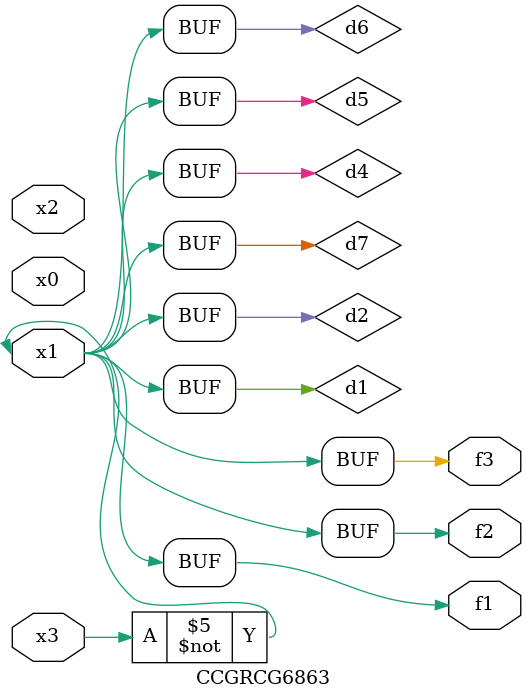
<source format=v>
module CCGRCG6863(
	input x0, x1, x2, x3,
	output f1, f2, f3
);

	wire d1, d2, d3, d4, d5, d6, d7;

	not (d1, x3);
	buf (d2, x1);
	xnor (d3, d1, d2);
	nor (d4, d1);
	buf (d5, d1, d2);
	buf (d6, d4, d5);
	nand (d7, d4);
	assign f1 = d6;
	assign f2 = d7;
	assign f3 = d6;
endmodule

</source>
